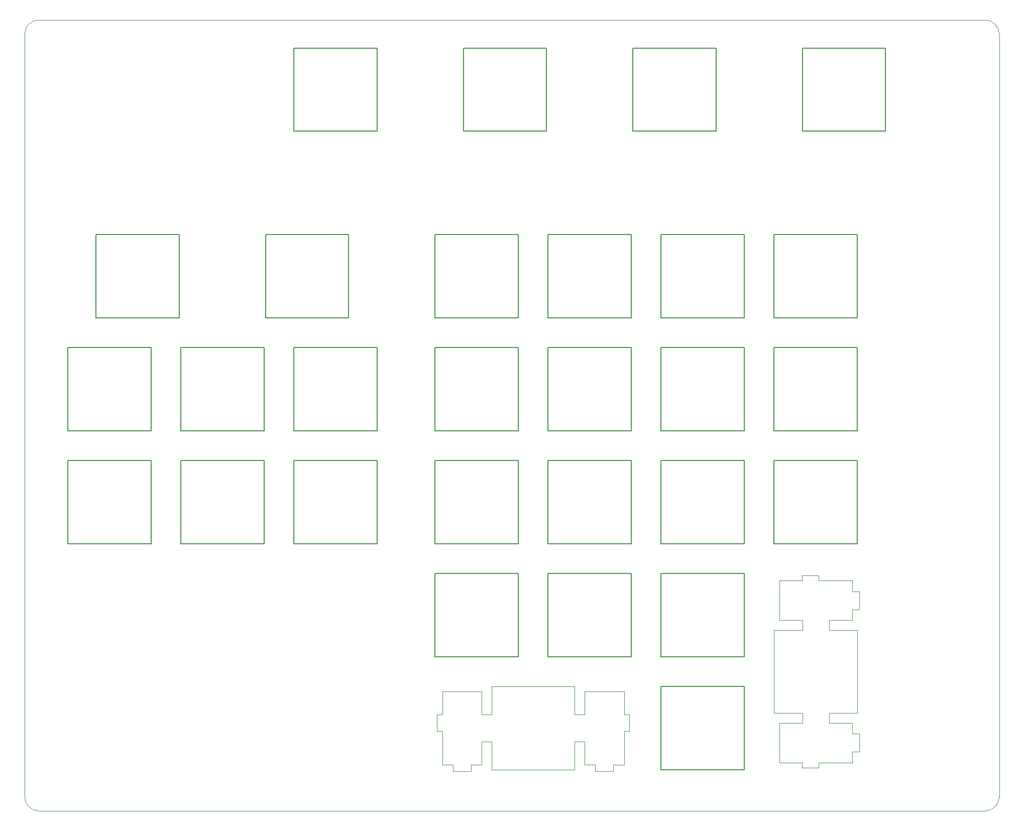
<source format=gbr>
%TF.GenerationSoftware,KiCad,Pcbnew,(7.0.0)*%
%TF.CreationDate,2023-04-09T14:12:24-07:00*%
%TF.ProjectId,SidecarXE85-plate,53696465-6361-4725-9845-38352d706c61,rev?*%
%TF.SameCoordinates,Original*%
%TF.FileFunction,Profile,NP*%
%FSLAX46Y46*%
G04 Gerber Fmt 4.6, Leading zero omitted, Abs format (unit mm)*
G04 Created by KiCad (PCBNEW (7.0.0)) date 2023-04-09 14:12:24*
%MOMM*%
%LPD*%
G01*
G04 APERTURE LIST*
%TA.AperFunction,Profile*%
%ADD10C,0.100000*%
%TD*%
%TA.AperFunction,Profile*%
%ADD11C,0.120000*%
%TD*%
%TA.AperFunction,Profile*%
%ADD12C,0.152400*%
%TD*%
G04 APERTURE END LIST*
D10*
X185737500Y-161925000D02*
X26193750Y-161925000D01*
X185737500Y-28575000D02*
X26193750Y-28575000D01*
X188118750Y-30956250D02*
X188118750Y-159543750D01*
X23812500Y-159543750D02*
G75*
G03*
X26193750Y-161925000I2381250J0D01*
G01*
X188118800Y-30956250D02*
G75*
G03*
X185737500Y-28575000I-2381300J-50D01*
G01*
X23812500Y-159543750D02*
X23812500Y-30956250D01*
X26193750Y-28575000D02*
G75*
G03*
X23812500Y-30956250I0J-2381250D01*
G01*
X185737500Y-161924950D02*
G75*
G03*
X188118750Y-159543750I0J2381250D01*
G01*
D11*
%TO.C,SW4*%
X93321100Y-145669000D02*
X93321100Y-148463000D01*
X94207500Y-141808200D02*
X94207500Y-145669000D01*
X94207500Y-145669000D02*
X93321100Y-145669000D01*
X94207500Y-148463000D02*
X93321100Y-148463000D01*
X94207500Y-148463000D02*
X94207500Y-154101800D01*
X96013500Y-154101800D02*
X94207500Y-154101800D01*
X96013500Y-154101800D02*
X96013500Y-155270200D01*
X99061500Y-154101800D02*
X99061500Y-155270200D01*
X99061500Y-155270200D02*
X96013500Y-155270200D01*
X100867500Y-141808200D02*
X94207500Y-141808200D01*
X100867500Y-141808200D02*
X100867500Y-145705000D01*
X100867500Y-145705000D02*
X102537500Y-145705000D01*
X100867500Y-150205000D02*
X102537500Y-150205000D01*
X100867500Y-154101800D02*
X99061500Y-154101800D01*
X100867500Y-154101800D02*
X100867500Y-150205000D01*
X102537500Y-140955000D02*
X102537500Y-145705000D01*
X102537500Y-140955000D02*
X116537500Y-140955000D01*
X102537500Y-154955000D02*
X102537500Y-150205000D01*
X102537500Y-154955000D02*
X116537500Y-154955000D01*
X116537500Y-140955000D02*
X116537500Y-145705000D01*
X116537500Y-154955000D02*
X116537500Y-150205000D01*
X118207500Y-141808200D02*
X118207500Y-145705000D01*
X118207500Y-141808200D02*
X124867500Y-141808200D01*
X118207500Y-145705000D02*
X116537500Y-145705000D01*
X118207500Y-150205000D02*
X116537500Y-150205000D01*
X118207500Y-154101800D02*
X118207500Y-150205000D01*
X118207500Y-154101800D02*
X120013500Y-154101800D01*
X120013500Y-154101800D02*
X120013500Y-155270200D01*
X120013500Y-155270200D02*
X123061500Y-155270200D01*
X123061500Y-154101800D02*
X123061500Y-155270200D01*
X123061500Y-154101800D02*
X124867500Y-154101800D01*
X124867500Y-141808200D02*
X124867500Y-145669000D01*
X124867500Y-145669000D02*
X125753900Y-145669000D01*
X124867500Y-148463000D02*
X124867500Y-154101800D01*
X124867500Y-148463000D02*
X125753900Y-148463000D01*
X125753900Y-145669000D02*
X125753900Y-148463000D01*
%TO.C,SW2*%
X150162500Y-131430000D02*
X154912500Y-131430000D01*
X150162500Y-145430000D02*
X150162500Y-131430000D01*
X150162500Y-145430000D02*
X154912500Y-145430000D01*
X151015700Y-123100000D02*
X154876500Y-123100000D01*
X151015700Y-129760000D02*
X151015700Y-123100000D01*
X151015700Y-129760000D02*
X154912500Y-129760000D01*
X151015700Y-147100000D02*
X151015700Y-153760000D01*
X151015700Y-147100000D02*
X154912500Y-147100000D01*
X151015700Y-153760000D02*
X154876500Y-153760000D01*
X154876500Y-122213600D02*
X157670500Y-122213600D01*
X154876500Y-123100000D02*
X154876500Y-122213600D01*
X154876500Y-153760000D02*
X154876500Y-154646400D01*
X154876500Y-154646400D02*
X157670500Y-154646400D01*
X154912500Y-129760000D02*
X154912500Y-131430000D01*
X154912500Y-147100000D02*
X154912500Y-145430000D01*
X157670500Y-123100000D02*
X157670500Y-122213600D01*
X157670500Y-123100000D02*
X163309300Y-123100000D01*
X157670500Y-153760000D02*
X157670500Y-154646400D01*
X157670500Y-153760000D02*
X163309300Y-153760000D01*
X159412500Y-129760000D02*
X159412500Y-131430000D01*
X159412500Y-147100000D02*
X159412500Y-145430000D01*
X163309300Y-124906000D02*
X163309300Y-123100000D01*
X163309300Y-124906000D02*
X164477700Y-124906000D01*
X163309300Y-127954000D02*
X164477700Y-127954000D01*
X163309300Y-129760000D02*
X159412500Y-129760000D01*
X163309300Y-129760000D02*
X163309300Y-127954000D01*
X163309300Y-147100000D02*
X159412500Y-147100000D01*
X163309300Y-147100000D02*
X163309300Y-148906000D01*
X163309300Y-148906000D02*
X164477700Y-148906000D01*
X163309300Y-151954000D02*
X163309300Y-153760000D01*
X163309300Y-151954000D02*
X164477700Y-151954000D01*
X164162500Y-131430000D02*
X159412500Y-131430000D01*
X164162500Y-145430000D02*
X159412500Y-145430000D01*
X164162500Y-145430000D02*
X164162500Y-131430000D01*
X164477700Y-127954000D02*
X164477700Y-124906000D01*
X164477700Y-148906000D02*
X164477700Y-151954000D01*
D12*
%TO.C,SW29*%
X35862500Y-64755000D02*
X49862500Y-64755000D01*
X35862500Y-78755000D02*
X35862500Y-64755000D01*
X49862500Y-64755000D02*
X49862500Y-78755000D01*
X49862500Y-78755000D02*
X35862500Y-78755000D01*
%TO.C,SW24*%
X64437500Y-64755000D02*
X78437500Y-64755000D01*
X64437500Y-78755000D02*
X64437500Y-64755000D01*
X78437500Y-64755000D02*
X78437500Y-78755000D01*
X78437500Y-78755000D02*
X64437500Y-78755000D01*
%TO.C,SW8*%
X131112500Y-121905000D02*
X145112500Y-121905000D01*
X131112500Y-135905000D02*
X131112500Y-121905000D01*
X145112500Y-121905000D02*
X145112500Y-135905000D01*
X145112500Y-135905000D02*
X131112500Y-135905000D01*
%TO.C,SW23*%
X93012500Y-102855000D02*
X107012500Y-102855000D01*
X93012500Y-116855000D02*
X93012500Y-102855000D01*
X107012500Y-102855000D02*
X107012500Y-116855000D01*
X107012500Y-116855000D02*
X93012500Y-116855000D01*
%TO.C,SW11*%
X93012500Y-64755000D02*
X107012500Y-64755000D01*
X93012500Y-78755000D02*
X93012500Y-64755000D01*
X107012500Y-64755000D02*
X107012500Y-78755000D01*
X107012500Y-78755000D02*
X93012500Y-78755000D01*
%TO.C,SW27*%
X150162500Y-64755000D02*
X164162500Y-64755000D01*
X150162500Y-78755000D02*
X150162500Y-64755000D01*
X164162500Y-64755000D02*
X164162500Y-78755000D01*
X164162500Y-78755000D02*
X150162500Y-78755000D01*
%TO.C,SW18*%
X112062500Y-64755000D02*
X126062500Y-64755000D01*
X112062500Y-78755000D02*
X112062500Y-64755000D01*
X126062500Y-64755000D02*
X126062500Y-78755000D01*
X126062500Y-78755000D02*
X112062500Y-78755000D01*
%TO.C,SW30*%
X69200000Y-83805000D02*
X83200000Y-83805000D01*
X69200000Y-97805000D02*
X69200000Y-83805000D01*
X83200000Y-83805000D02*
X83200000Y-97805000D01*
X83200000Y-97805000D02*
X69200000Y-97805000D01*
%TO.C,SW9*%
X112062500Y-121905000D02*
X126062500Y-121905000D01*
X112062500Y-135905000D02*
X112062500Y-121905000D01*
X126062500Y-121905000D02*
X126062500Y-135905000D01*
X126062500Y-135905000D02*
X112062500Y-135905000D01*
%TO.C,SW16*%
X112062500Y-83805000D02*
X126062500Y-83805000D01*
X112062500Y-97805000D02*
X112062500Y-83805000D01*
X126062500Y-83805000D02*
X126062500Y-97805000D01*
X126062500Y-97805000D02*
X112062500Y-97805000D01*
%TO.C,SW15*%
X131112500Y-83805000D02*
X145112500Y-83805000D01*
X131112500Y-97805000D02*
X131112500Y-83805000D01*
X145112500Y-83805000D02*
X145112500Y-97805000D01*
X145112500Y-97805000D02*
X131112500Y-97805000D01*
%TO.C,SW3*%
X131112500Y-140955000D02*
X145112500Y-140955000D01*
X131112500Y-154955000D02*
X131112500Y-140955000D01*
X145112500Y-140955000D02*
X145112500Y-154955000D01*
X145112500Y-154955000D02*
X131112500Y-154955000D01*
%TO.C,SW26*%
X131112500Y-64755000D02*
X145112500Y-64755000D01*
X131112500Y-78755000D02*
X131112500Y-64755000D01*
X145112500Y-64755000D02*
X145112500Y-78755000D01*
X145112500Y-78755000D02*
X131112500Y-78755000D01*
%TO.C,SW20*%
X50150000Y-102855000D02*
X64150000Y-102855000D01*
X50150000Y-116855000D02*
X50150000Y-102855000D01*
X64150000Y-102855000D02*
X64150000Y-116855000D01*
X64150000Y-116855000D02*
X50150000Y-116855000D01*
%TO.C,SW17*%
X93012500Y-83805000D02*
X107012500Y-83805000D01*
X93012500Y-97805000D02*
X93012500Y-83805000D01*
X107012500Y-83805000D02*
X107012500Y-97805000D01*
X107012500Y-97805000D02*
X93012500Y-97805000D01*
%TO.C,SW21*%
X131112500Y-102855000D02*
X145112500Y-102855000D01*
X131112500Y-116855000D02*
X131112500Y-102855000D01*
X145112500Y-102855000D02*
X145112500Y-116855000D01*
X145112500Y-116855000D02*
X131112500Y-116855000D01*
%TO.C,SW7*%
X31100000Y-83805000D02*
X45100000Y-83805000D01*
X31100000Y-97805000D02*
X31100000Y-83805000D01*
X45100000Y-83805000D02*
X45100000Y-97805000D01*
X45100000Y-97805000D02*
X31100000Y-97805000D01*
%TO.C,SW22*%
X112062500Y-102855000D02*
X126062500Y-102855000D01*
X112062500Y-116855000D02*
X112062500Y-102855000D01*
X126062500Y-102855000D02*
X126062500Y-116855000D01*
X126062500Y-116855000D02*
X112062500Y-116855000D01*
%TO.C,SW25*%
X69200000Y-102855000D02*
X83200000Y-102855000D01*
X69200000Y-116855000D02*
X69200000Y-102855000D01*
X83200000Y-102855000D02*
X83200000Y-116855000D01*
X83200000Y-116855000D02*
X69200000Y-116855000D01*
%TO.C,SW19*%
X50150000Y-83805000D02*
X64150000Y-83805000D01*
X50150000Y-97805000D02*
X50150000Y-83805000D01*
X64150000Y-83805000D02*
X64150000Y-97805000D01*
X64150000Y-97805000D02*
X50150000Y-97805000D01*
%TO.C,SW1*%
X150162500Y-83805000D02*
X164162500Y-83805000D01*
X150162500Y-97805000D02*
X150162500Y-83805000D01*
X164162500Y-83805000D02*
X164162500Y-97805000D01*
X164162500Y-97805000D02*
X150162500Y-97805000D01*
%TO.C,SW28*%
X150162500Y-102855000D02*
X164162500Y-102855000D01*
X150162500Y-116855000D02*
X150162500Y-102855000D01*
X164162500Y-102855000D02*
X164162500Y-116855000D01*
X164162500Y-116855000D02*
X150162500Y-116855000D01*
%TO.C,SW10*%
X93012500Y-121905000D02*
X107012500Y-121905000D01*
X93012500Y-135905000D02*
X93012500Y-121905000D01*
X107012500Y-121905000D02*
X107012500Y-135905000D01*
X107012500Y-135905000D02*
X93012500Y-135905000D01*
%TO.C,SW14*%
X31100000Y-102855000D02*
X45100000Y-102855000D01*
X31100000Y-116855000D02*
X31100000Y-102855000D01*
X45100000Y-102855000D02*
X45100000Y-116855000D01*
X45100000Y-116855000D02*
X31100000Y-116855000D01*
%TO.C,SW5*%
X69200000Y-33305000D02*
X83200000Y-33305000D01*
X69200000Y-47305000D02*
X69200000Y-33305000D01*
X83200000Y-33305000D02*
X83200000Y-47305000D01*
X83200000Y-47305000D02*
X69200000Y-47305000D01*
%TO.C,SW6*%
X126350000Y-33305000D02*
X140350000Y-33305000D01*
X126350000Y-47305000D02*
X126350000Y-33305000D01*
X140350000Y-33305000D02*
X140350000Y-47305000D01*
X140350000Y-47305000D02*
X126350000Y-47305000D01*
%TO.C,SW13*%
X154925000Y-33305000D02*
X168925000Y-33305000D01*
X154925000Y-47305000D02*
X154925000Y-33305000D01*
X168925000Y-33305000D02*
X168925000Y-47305000D01*
X168925000Y-47305000D02*
X154925000Y-47305000D01*
%TO.C,SW12*%
X97775000Y-33305000D02*
X111775000Y-33305000D01*
X97775000Y-47305000D02*
X97775000Y-33305000D01*
X111775000Y-33305000D02*
X111775000Y-47305000D01*
X111775000Y-47305000D02*
X97775000Y-47305000D01*
%TD*%
M02*

</source>
